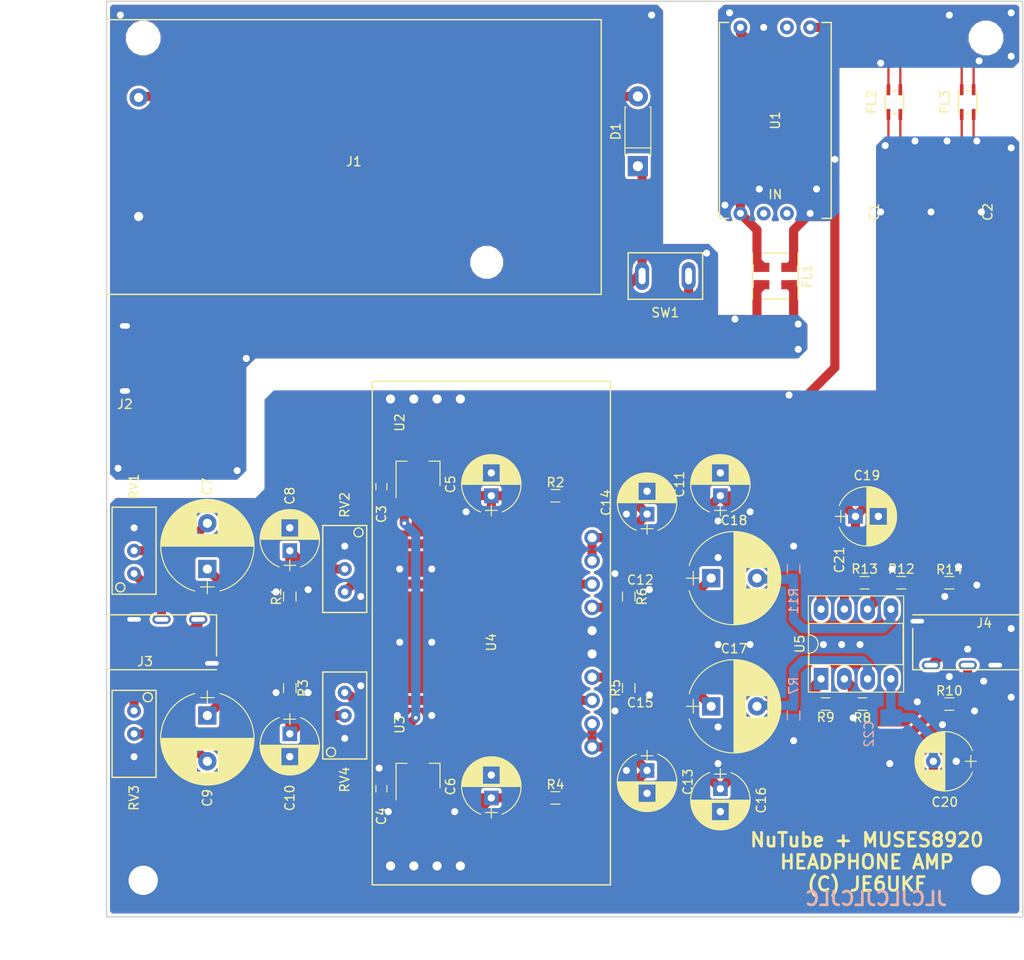
<source format=kicad_pcb>
(kicad_pcb (version 4) (host pcbnew 4.0.7)
  (layers (0 F.Cu signal) (31 B.Cu signal) (34 B.Paste user) (35 F.Paste user) (36 B.SilkS user) (37 F.SilkS user) (38 B.Mask user) (39 F.Mask user) (44 Edge.Cuts user))
  (net 0 "")
  (net 1 GND)
  (net 2 "Net-(C1-Pad1)")
  (net 3 OPAMPvcc)
  (net 4 OPAMPvee)
  (net 5 "Net-(C2-Pad3)")
  (net 6 +5V)
  (net 7 Rch+3.3V)
  (net 8 Lch+3.3V)
  (net 9 NuTubeG2)
  (net 10 "Net-(C7-Pad2)")
  (net 11 "Net-(C8-Pad1)")
  (net 12 NuTubeG1)
  (net 13 "Net-(C9-Pad2)")
  (net 14 "Net-(C10-Pad1)")
  (net 15 NuTubeF1)
  (net 16 NuTubeF3)
  (net 17 NuTubeA1)
  (net 18 "Net-(C17-Pad2)")
  (net 19 NuTubeA2)
  (net 20 "Net-(C18-Pad2)")
  (net 21 "Net-(D1-Pad1)")
  (net 22 "Net-(D1-Pad2)")
  (net 23 "Net-(FL1-Pad1)")
  (net 24 "Net-(FL1-Pad2)")
  (net 25 "Net-(FL1-Pad3)")
  (net 26 "Net-(FL2-Pad1)")
  (net 27 "Net-(FL3-Pad2)")
  (net 28 AudioInRch)
  (net 29 AudioInLch)
  (net 30 AudioOutRch)
  (net 31 AudioOutLch)
  (net 32 "Net-(R8-Pad1)")
  (net 33 "Net-(R10-Pad1)")
  (net 34 "Net-(R12-Pad1)")
  (net 35 "Net-(R13-Pad2)")
  (net 36 "Net-(U1-Pad5)")
  (module via:via (layer F.Cu) (at 116.5 73)
    (fp_text reference "" hide)
    (fp_text value "" hide)
    (pad 1 thru_hole circle (at 0 0) (size 0.762 0.762) (drill 0.762) (layers *.Cu *.Mask) (net 1 GND))
  )
  (module via:via (layer F.Cu) (at 133.5 95)
    (fp_text reference "" hide)
    (fp_text value "" hide)
    (pad 1 thru_hole circle (at 0 0) (size 0.762 0.762) (drill 0.762) (layers *.Cu *.Mask) (net 1 GND))
  )
  (module via:via (layer F.Cu) (at 60.5 105.5)
    (fp_text reference "" hide)
    (fp_text value "" hide)
    (pad 1 thru_hole circle (at 0 0) (size 0.762 0.762) (drill 0.762) (layers *.Cu *.Mask) (net 1 GND))
  )
  (module via:via (layer F.Cu) (at 60.5 94.5)
    (fp_text reference "" hide)
    (fp_text value "" hide)
    (pad 1 thru_hole circle (at 0 0) (size 0.762 0.762) (drill 0.762) (layers *.Cu *.Mask) (net 1 GND))
  )
  (module via:via (layer F.Cu) (at 72.75 118.5)
    (fp_text reference "" hide)
    (fp_text value "" hide)
    (pad 1 thru_hole circle (at 0 0) (size 0.762 0.762) (drill 0.762) (layers *.Cu *.Mask) (net 1 GND))
  )
  (module via:via (layer F.Cu) (at 80 118.5)
    (fp_text reference "" hide)
    (fp_text value "" hide)
    (pad 1 thru_hole circle (at 0 0) (size 0.762 0.762) (drill 0.762) (layers *.Cu *.Mask) (net 1 GND))
  )
  (module via:via (layer F.Cu) (at 81.25 85.75)
    (fp_text reference "" hide)
    (fp_text value "" hide)
    (pad 1 thru_hole circle (at 0 0) (size 0.762 0.762) (drill 0.762) (layers *.Cu *.Mask) (net 1 GND))
  )
  (module via:via (layer F.Cu) (at 138 34)
    (fp_text reference "" hide)
    (fp_text value "" hide)
    (pad "" np_thru_hole circle (at 0 0) (size 3.2 3.2) (drill 3.2) (layers *.Cu *.Mask))
  )
  (module via:via (layer F.Cu) (at 46 34)
    (fp_text reference "" hide)
    (fp_text value "" hide)
    (pad "" np_thru_hole circle (at 0 0) (size 3.2 3.2) (drill 3.2) (layers *.Cu *.Mask))
  )
  (module via:via (layer F.Cu) (at 138 126)
    (fp_text reference "" hide)
    (fp_text value "" hide)
    (pad 1 thru_hole circle (at 0 0) (size 6 6) (drill 3.2) (layers *.Cu *.Mask) (net 1 GND))
  )
  (module via:via (layer F.Cu) (at 73.75 108)
    (fp_text reference "" hide)
    (fp_text value "" hide)
    (pad 1 thru_hole circle (at 0 0) (size 0.762 0.762) (drill 0.762) (layers *.Cu *.Mask) (net 1 GND))
  )
  (module via:via (layer F.Cu) (at 98.75 114)
    (fp_text reference "" hide)
    (fp_text value "" hide)
    (pad 1 thru_hole circle (at 0 0) (size 0.762 0.762) (drill 0.762) (layers *.Cu *.Mask) (net 1 GND))
  )
  (module via:via (layer F.Cu) (at 98.75 86)
    (fp_text reference "" hide)
    (fp_text value "" hide)
    (pad 1 thru_hole circle (at 0 0) (size 0.762 0.762) (drill 0.762) (layers *.Cu *.Mask) (net 1 GND))
  )
  (module via:via (layer F.Cu) (at 69.75 104.75)
    (fp_text reference "" hide)
    (fp_text value "" hide)
    (pad 1 thru_hole circle (at 0 0) (size 0.762 0.762) (drill 0.762) (layers *.Cu *.Mask) (net 1 GND))
  )
  (module via:via (layer F.Cu) (at 69.75 95)
    (fp_text reference "" hide)
    (fp_text value "" hide)
    (pad 1 thru_hole circle (at 0 0) (size 0.762 0.762) (drill 0.762) (layers *.Cu *.Mask) (net 1 GND))
  )
  (module via:via (layer F.Cu) (at 74 92)
    (fp_text reference "" hide)
    (fp_text value "" hide)
    (pad 1 thru_hole circle (at 0 0) (size 0.762 0.762) (drill 0.762) (layers *.Cu *.Mask) (net 1 GND))
  )
  (module via:via (layer F.Cu) (at 77.5 92)
    (fp_text reference "" hide)
    (fp_text value "" hide)
    (pad 1 thru_hole circle (at 0 0) (size 0.762 0.762) (drill 0.762) (layers *.Cu *.Mask) (net 1 GND))
  )
  (module via:via (layer F.Cu) (at 77.5 108)
    (fp_text reference "" hide)
    (fp_text value "" hide)
    (pad 1 thru_hole circle (at 0 0) (size 0.762 0.762) (drill 0.762) (layers *.Cu *.Mask) (net 1 GND))
  )
  (module via:via (layer F.Cu) (at 64 105.5)
    (fp_text reference "" hide)
    (fp_text value "" hide)
    (pad 1 thru_hole circle (at 0 0) (size 0.762 0.762) (drill 0.762) (layers *.Cu *.Mask) (net 1 GND))
  )
  (module via:via (layer F.Cu) (at 64 94.25)
    (fp_text reference "" hide)
    (fp_text value "" hide)
    (pad 1 thru_hole circle (at 0 0) (size 0.762 0.762) (drill 0.762) (layers *.Cu *.Mask) (net 1 GND))
  )
  (module via:via (layer F.Cu) (at 46 126)
    (fp_text reference "" hide)
    (fp_text value "" hide)
    (pad 1 thru_hole circle (at 0 0) (size 6 6) (drill 3.2) (layers *.Cu *.Mask) (net 1 GND))
  )
  (module via:via (layer F.Cu) (at 71.75 113.75)
    (fp_text reference "" hide)
    (fp_text value "" hide)
    (pad 1 thru_hole circle (at 0 0) (size 0.762 0.762) (drill 0.762) (layers *.Cu *.Mask) (net 1 GND))
  )
  (module via:via (layer F.Cu) (at 77.5 100)
    (fp_text reference "" hide)
    (fp_text value "" hide)
    (pad 1 thru_hole circle (at 0 0) (size 0.762 0.762) (drill 0.762) (layers *.Cu *.Mask) (net 1 GND))
  )
  (module via:via (layer F.Cu) (at 74 100)
    (fp_text reference "" hide)
    (fp_text value "" hide)
    (pad 1 thru_hole circle (at 0 0) (size 0.762 0.762) (drill 0.762) (layers *.Cu *.Mask) (net 1 GND))
  )
  (module via:via (layer F.Cu) (at 108.75 100.25)
    (fp_text reference "" hide)
    (fp_text value "" hide)
    (pad 1 thru_hole circle (at 0 0) (size 0.762 0.762) (drill 0.762) (layers *.Cu *.Mask) (net 1 GND))
  )
  (module via:via (layer F.Cu) (at 112.25 100.25)
    (fp_text reference "" hide)
    (fp_text value "" hide)
    (pad 1 thru_hole circle (at 0 0) (size 0.762 0.762) (drill 0.762) (layers *.Cu *.Mask) (net 1 GND))
  )
  (module via:via (layer F.Cu) (at 112.25 85.75)
    (fp_text reference "" hide)
    (fp_text value "" hide)
    (pad 1 thru_hole circle (at 0 0) (size 0.762 0.762) (drill 0.762) (layers *.Cu *.Mask) (net 1 GND))
  )
  (module via:via (layer F.Cu) (at 108.75 86.75)
    (fp_text reference "" hide)
    (fp_text value "" hide)
    (pad 1 thru_hole circle (at 0 0) (size 0.762 0.762) (drill 0.762) (layers *.Cu *.Mask) (net 1 GND))
  )
  (module via:via (layer F.Cu) (at 108.75 90.75)
    (fp_text reference "" hide)
    (fp_text value "" hide)
    (pad 1 thru_hole circle (at 0 0) (size 0.762 0.762) (drill 0.762) (layers *.Cu *.Mask) (net 1 GND))
  )
  (module via:via (layer F.Cu) (at 108.75 113.25)
    (fp_text reference "" hide)
    (fp_text value "" hide)
    (pad 1 thru_hole circle (at 0 0) (size 0.762 0.762) (drill 0.762) (layers *.Cu *.Mask) (net 1 GND))
  )
  (module via:via (layer F.Cu) (at 108.75 109.25)
    (fp_text reference "" hide)
    (fp_text value "" hide)
    (pad 1 thru_hole circle (at 0 0) (size 0.762 0.762) (drill 0.762) (layers *.Cu *.Mask) (net 1 GND))
  )
  (module via:via (layer F.Cu) (at 101.25 105.75)
    (fp_text reference "" hide)
    (fp_text value "" hide)
    (pad 1 thru_hole circle (at 0 0) (size 0.762 0.762) (drill 0.762) (layers *.Cu *.Mask) (net 1 GND))
  )
  (module via:via (layer F.Cu) (at 97.5 107.5)
    (fp_text reference "" hide)
    (fp_text value "" hide)
    (pad 1 thru_hole circle (at 0 0) (size 0.762 0.762) (drill 0.762) (layers *.Cu *.Mask) (net 1 GND))
  )
  (module via:via (layer F.Cu) (at 97.5 92.5)
    (fp_text reference "" hide)
    (fp_text value "" hide)
    (pad 1 thru_hole circle (at 0 0) (size 0.762 0.762) (drill 0.762) (layers *.Cu *.Mask) (net 1 GND))
  )
  (module via:via (layer F.Cu) (at 101.25 94.25)
    (fp_text reference "" hide)
    (fp_text value "" hide)
    (pad 1 thru_hole circle (at 0 0) (size 0.762 0.762) (drill 0.762) (layers *.Cu *.Mask) (net 1 GND))
  )
  (module via:via (layer F.Cu) (at 117 89.5)
    (fp_text reference "" hide)
    (fp_text value "" hide)
    (pad 1 thru_hole circle (at 0 0) (size 0.762 0.762) (drill 0.762) (layers *.Cu *.Mask) (net 1 GND))
  )
  (module via:via (layer F.Cu) (at 117 110.75)
    (fp_text reference "" hide)
    (fp_text value "" hide)
    (pad 1 thru_hole circle (at 0 0) (size 0.762 0.762) (drill 0.762) (layers *.Cu *.Mask) (net 1 GND))
  )
  (module via:via (layer F.Cu) (at 124.25 100.25)
    (fp_text reference "" hide)
    (fp_text value "" hide)
    (pad 1 thru_hole circle (at 0 0) (size 0.762 0.762) (drill 0.762) (layers *.Cu *.Mask) (net 1 GND))
  )
  (module via:via (layer F.Cu) (at 122.25 100.25)
    (fp_text reference "" hide)
    (fp_text value "" hide)
    (pad 1 thru_hole circle (at 0 0) (size 0.762 0.762) (drill 0.762) (layers *.Cu *.Mask) (net 1 GND))
  )
  (module via:via (layer F.Cu) (at 120.25 100.25)
    (fp_text reference "" hide)
    (fp_text value "" hide)
    (pad 1 thru_hole circle (at 0 0) (size 0.762 0.762) (drill 0.762) (layers *.Cu *.Mask) (net 1 GND))
  )
  (module via:via (layer F.Cu) (at 127.75 92)
    (fp_text reference "" hide)
    (fp_text value "" hide)
    (pad 1 thru_hole circle (at 0 0) (size 0.762 0.762) (drill 0.762) (layers *.Cu *.Mask) (net 1 GND))
  )
  (module via:via (layer F.Cu) (at 123.5 108.25)
    (fp_text reference "" hide)
    (fp_text value "" hide)
    (pad 1 thru_hole circle (at 0 0) (size 0.762 0.762) (drill 0.762) (layers *.Cu *.Mask) (net 1 GND))
  )
  (module via:via (layer F.Cu) (at 127.5 113.25)
    (fp_text reference "" hide)
    (fp_text value "" hide)
    (pad 1 thru_hole circle (at 0 0) (size 0.762 0.762) (drill 0.762) (layers *.Cu *.Mask) (net 1 GND))
  )
  (module via:via (layer F.Cu) (at 140.75 106)
    (fp_text reference "" hide)
    (fp_text value "" hide)
    (pad 1 thru_hole circle (at 0 0) (size 0.762 0.762) (drill 0.762) (layers *.Cu *.Mask) (net 1 GND))
  )
  (module via:via (layer F.Cu) (at 136.75 107.5)
    (fp_text reference "" hide)
    (fp_text value "" hide)
    (pad 1 thru_hole circle (at 0 0) (size 0.762 0.762) (drill 0.762) (layers *.Cu *.Mask) (net 1 GND))
  )
  (module via:via (layer F.Cu) (at 133.25 109)
    (fp_text reference "" hide)
    (fp_text value "" hide)
    (pad 1 thru_hole circle (at 0 0) (size 0.762 0.762) (drill 0.762) (layers *.Cu *.Mask) (net 1 GND))
  )
  (module via:via (layer F.Cu) (at 130.5 106.5)
    (fp_text reference "" hide)
    (fp_text value "" hide)
    (pad 1 thru_hole circle (at 0 0) (size 0.762 0.762) (drill 0.762) (layers *.Cu *.Mask) (net 1 GND))
  )
  (module via:via (layer F.Cu) (at 134 103.75)
    (fp_text reference "" hide)
    (fp_text value "" hide)
    (pad 1 thru_hole circle (at 0 0) (size 0.762 0.762) (drill 0.762) (layers *.Cu *.Mask) (net 1 GND))
  )
  (module via:via (layer F.Cu) (at 136 100.75)
    (fp_text reference "" hide)
    (fp_text value "" hide)
    (pad 1 thru_hole circle (at 0 0) (size 0.762 0.762) (drill 0.762) (layers *.Cu *.Mask) (net 1 GND))
  )
  (module via:via (layer F.Cu) (at 137.75 104.25)
    (fp_text reference "" hide)
    (fp_text value "" hide)
    (pad 1 thru_hole circle (at 0 0) (size 0.762 0.762) (drill 0.762) (layers *.Cu *.Mask) (net 1 GND))
  )
  (module via:via (layer F.Cu) (at 135 91.75)
    (fp_text reference "" hide)
    (fp_text value "" hide)
    (pad 1 thru_hole circle (at 0 0) (size 0.762 0.762) (drill 0.762) (layers *.Cu *.Mask) (net 1 GND))
  )
  (module via:via (layer F.Cu) (at 137 93.75)
    (fp_text reference "" hide)
    (fp_text value "" hide)
    (pad 1 thru_hole circle (at 0 0) (size 0.762 0.762) (drill 0.762) (layers *.Cu *.Mask) (net 1 GND))
  )
  (module via:via (layer F.Cu) (at 140.75 98.5)
    (fp_text reference "" hide)
    (fp_text value "" hide)
    (pad 1 thru_hole circle (at 0 0) (size 0.762 0.762) (drill 0.762) (layers *.Cu *.Mask) (net 1 GND))
  )
  (module via:via (layer F.Cu) (at 137.5 53)
    (fp_text reference "" hide)
    (fp_text value "" hide)
    (pad 1 thru_hole circle (at 0 0) (size 0.762 0.762) (drill 0.762) (layers *.Cu *.Mask) (net 1 GND))
  )
  (module via:via (layer F.Cu) (at 126.5 53)
    (fp_text reference "" hide)
    (fp_text value "" hide)
    (pad 1 thru_hole circle (at 0 0) (size 0.762 0.762) (drill 0.762) (layers *.Cu *.Mask) (net 1 GND))
  )
  (module via:via (layer F.Cu) (at 132 53)
    (fp_text reference "" hide)
    (fp_text value "" hide)
    (pad 1 thru_hole circle (at 0 0) (size 0.762 0.762) (drill 0.762) (layers *.Cu *.Mask) (net 1 GND))
  )
  (module via:via (layer F.Cu) (at 127 45.75)
    (fp_text reference "" hide)
    (fp_text value "" hide)
    (pad 1 thru_hole circle (at 0 0) (size 0.762 0.762) (drill 0.762) (layers *.Cu *.Mask) (net 1 GND))
  )
  (module via:via (layer F.Cu) (at 130.25 45.25)
    (fp_text reference "" hide)
    (fp_text value "" hide)
    (pad 1 thru_hole circle (at 0 0) (size 0.762 0.762) (drill 0.762) (layers *.Cu *.Mask) (net 1 GND))
  )
  (module via:via (layer F.Cu) (at 133.75 45.25)
    (fp_text reference "" hide)
    (fp_text value "" hide)
    (pad 1 thru_hole circle (at 0 0) (size 0.762 0.762) (drill 0.762) (layers *.Cu *.Mask) (net 1 GND))
  )
  (module via:via (layer F.Cu) (at 137 45.25)
    (fp_text reference "" hide)
    (fp_text value "" hide)
    (pad 1 thru_hole circle (at 0 0) (size 0.762 0.762) (drill 0.762) (layers *.Cu *.Mask) (net 1 GND))
  )
  (module via:via (layer F.Cu) (at 137.25 36.5)
    (fp_text reference "" hide)
    (fp_text value "" hide)
    (pad 1 thru_hole circle (at 0 0) (size 0.762 0.762) (drill 0.762) (layers *.Cu *.Mask) (net 25 "Net-(FL1-Pad3)"))
  )
  (module via:via (layer F.Cu) (at 140.75 36)
    (fp_text reference "" hide)
    (fp_text value "" hide)
    (pad 1 thru_hole circle (at 0 0) (size 0.762 0.762) (drill 0.762) (layers *.Cu *.Mask) (net 25 "Net-(FL1-Pad3)"))
  )
  (module via:via (layer F.Cu) (at 140.75 31.25)
    (fp_text reference "" hide)
    (fp_text value "" hide)
    (pad 1 thru_hole circle (at 0 0) (size 0.762 0.762) (drill 0.762) (layers *.Cu *.Mask) (net 25 "Net-(FL1-Pad3)"))
  )
  (module via:via (layer F.Cu) (at 134 31.5)
    (fp_text reference "" hide)
    (fp_text value "" hide)
    (pad 1 thru_hole circle (at 0 0) (size 0.762 0.762) (drill 0.762) (layers *.Cu *.Mask) (net 25 "Net-(FL1-Pad3)"))
  )
  (module via:via (layer F.Cu) (at 126.5 36.75)
    (fp_text reference "" hide)
    (fp_text value "" hide)
    (pad 1 thru_hole circle (at 0 0) (size 0.762 0.762) (drill 0.762) (layers *.Cu *.Mask) (net 25 "Net-(FL1-Pad3)"))
  )
  (module via:via (layer F.Cu) (at 110 31.25)
    (fp_text reference "" hide)
    (fp_text value "" hide)
    (pad 1 thru_hole circle (at 0 0) (size 0.762 0.762) (drill 0.762) (layers *.Cu *.Mask) (net 25 "Net-(FL1-Pad3)"))
  )
  (module via:via (layer F.Cu) (at 121.5 47.25)
    (fp_text reference "" hide)
    (fp_text value "" hide)
    (pad 1 thru_hole circle (at 0 0) (size 0.762 0.762) (drill 0.762) (layers *.Cu *.Mask) (net 25 "Net-(FL1-Pad3)"))
  )
  (module via:via (layer F.Cu) (at 109.5 52.25)
    (fp_text reference "" hide)
    (fp_text value "" hide)
    (pad 1 thru_hole circle (at 0 0) (size 0.762 0.762) (drill 0.762) (layers *.Cu *.Mask) (net 25 "Net-(FL1-Pad3)"))
  )
  (module via:via (layer F.Cu) (at 113.25 50.5)
    (fp_text reference "" hide)
    (fp_text value "" hide)
    (pad 1 thru_hole circle (at 0 0) (size 0.762 0.762) (drill 0.762) (layers *.Cu *.Mask) (net 25 "Net-(FL1-Pad3)"))
  )
  (module via:via (layer F.Cu) (at 43.25 81)
    (fp_text reference "" hide)
    (fp_text value "" hide)
    (pad 1 thru_hole circle (at 0 0) (size 0.762 0.762) (drill 0.762) (layers *.Cu *.Mask) (net 24 "Net-(FL1-Pad2)"))
  )
  (module via:via (layer F.Cu) (at 56.25 81.25)
    (fp_text reference "" hide)
    (fp_text value "" hide)
    (pad 1 thru_hole circle (at 0 0) (size 0.762 0.762) (drill 0.762) (layers *.Cu *.Mask) (net 24 "Net-(FL1-Pad2)"))
  )
  (module via:via (layer F.Cu) (at 57.25 69)
    (fp_text reference "" hide)
    (fp_text value "" hide)
    (pad 1 thru_hole circle (at 0 0) (size 0.762 0.762) (drill 0.762) (layers *.Cu *.Mask) (net 24 "Net-(FL1-Pad2)"))
  )
  (module via:via (layer F.Cu) (at 117.5 68)
    (fp_text reference "" hide)
    (fp_text value "" hide)
    (pad 1 thru_hole circle (at 0 0) (size 0.762 0.762) (drill 0.762) (layers *.Cu *.Mask) (net 24 "Net-(FL1-Pad2)"))
  )
  (module via:via (layer F.Cu) (at 117.5 65.25)
    (fp_text reference "" hide)
    (fp_text value "" hide)
    (pad 1 thru_hole circle (at 0 0) (size 0.762 0.762) (drill 0.762) (layers *.Cu *.Mask) (net 24 "Net-(FL1-Pad2)"))
  )
  (module via:via (layer F.Cu) (at 110.6 64.7)
    (fp_text reference "" hide)
    (fp_text value "" hide)
    (pad 1 thru_hole circle (at 0 0) (size 0.762 0.762) (drill 0.762) (layers *.Cu *.Mask) (net 24 "Net-(FL1-Pad2)"))
  )
  (module via:via (layer F.Cu) (at 107.5 57.5)
    (fp_text reference "" hide)
    (fp_text value "" hide)
    (pad 1 thru_hole circle (at 0 0) (size 0.762 0.762) (drill 0.762) (layers *.Cu *.Mask) (net 24 "Net-(FL1-Pad2)"))
  )
  (module via:via (layer F.Cu) (at 101.5 31.5)
    (fp_text reference "" hide)
    (fp_text value "" hide)
    (pad 1 thru_hole circle (at 0 0) (size 0.762 0.762) (drill 0.762) (layers *.Cu *.Mask) (net 24 "Net-(FL1-Pad2)"))
  )
  (module via:via (layer F.Cu) (at 140.75 46)
    (fp_text reference "" hide)
    (fp_text value "" hide)
    (pad 1 thru_hole circle (at 0 0) (size 0.762 0.762) (drill 0.762) (layers *.Cu *.Mask) (net 1 GND))
  )
  (module via:via (layer F.Cu) (at 119.5 50.5)
    (fp_text reference "" hide)
    (fp_text value "" hide)
    (pad 1 thru_hole circle (at 0 0) (size 0.762 0.762) (drill 0.762) (layers *.Cu *.Mask) (net 25 "Net-(FL1-Pad3)"))
  )
  (module NFM21PC:NFM21PC (layer F.Cu) (at 128.5 53 270)
    (fp_text reference C1 (at 0 2.7 270) (layer F.SilkS))
    (fp_text value EMI_Filter_C)
    (pad 2 smd trapezoid (at 0 1.5 270) (size 0.8 0.4) (rect_delta 0 0.2) (layers F.Cu F.Paste F.Mask) (net 1 GND))
    (pad 2 smd rect (at 0 -0.8 270) (size 0.6 1) (layers F.Cu F.Paste F.Mask) (net 1 GND))
    (pad 1 smd rect (at -1.2 0 270) (size 1 0.8) (layers F.Cu F.Paste F.Mask) (net 2 "Net-(C1-Pad1)"))
    (pad 2 smd rect (at 0 0.8 270) (size 0.6 1) (layers F.Cu F.Paste F.Mask) (net 1 GND))
    (pad 3 smd rect (at 1.2 0 270) (size 1 0.8) (layers F.Cu F.Paste F.Mask) (net 3 OPAMPvcc))
    (pad 2 smd trapezoid (at 0 -1.5 270) (size 0.8 0.4) (rect_delta 0 -0.2) (layers F.Cu F.Paste F.Mask) (net 1 GND))
  )
  (module NFM21PC:NFM21PC (layer F.Cu) (at 135.5 53 90)
    (fp_text reference C2 (at 0 2.7 90) (layer F.SilkS))
    (fp_text value EMI_Filter_C)
    (pad 2 smd trapezoid (at 0 1.5 90) (size 0.8 0.4) (rect_delta 0 0.2) (layers F.Cu F.Paste F.Mask) (net 1 GND))
    (pad 2 smd rect (at 0 -0.8 90) (size 0.6 1) (layers F.Cu F.Paste F.Mask) (net 1 GND))
    (pad 1 smd rect (at -1.2 0 90) (size 1 0.8) (layers F.Cu F.Paste F.Mask) (net 4 OPAMPvee))
    (pad 2 smd rect (at 0 0.8 90) (size 0.6 1) (layers F.Cu F.Paste F.Mask) (net 1 GND))
    (pad 3 smd rect (at 1.2 0 90) (size 1 0.8) (layers F.Cu F.Paste F.Mask) (net 5 "Net-(C2-Pad3)"))
    (pad 2 smd trapezoid (at 0 -1.5 90) (size 0.8 0.4) (rect_delta 0 -0.2) (layers F.Cu F.Paste F.Mask) (net 1 GND))
  )
  (module Capacitors_THT:CP_Radial_D6.3mm_P2.50mm (layer F.Cu) (at 84 84 90)
    (fp_text reference C5 (at 1.25 -4.46 90) (layer F.SilkS))
    (fp_text value 100u)
    (pad 1 thru_hole rect (at 0 0 90) (size 1.6 1.6) (drill 0.8) (layers *.Cu *.Mask) (net 7 Rch+3.3V))
    (pad 2 thru_hole circle (at 2.5 0 90) (size 1.6 1.6) (drill 0.8) (layers *.Cu *.Mask) (net 1 GND))
  )
  (module Capacitors_THT:CP_Radial_D6.3mm_P2.50mm (layer F.Cu) (at 84 117 90)
    (fp_text reference C6 (at 1.25 -4.46 90) (layer F.SilkS))
    (fp_text value 100u)
    (pad 1 thru_hole rect (at 0 0 90) (size 1.6 1.6) (drill 0.8) (layers *.Cu *.Mask) (net 8 Lch+3.3V))
    (pad 2 thru_hole circle (at 2.5 0 90) (size 1.6 1.6) (drill 0.8) (layers *.Cu *.Mask) (net 1 GND))
  )
  (module Capacitors_THT:CP_Radial_D10.0mm_P5.00mm (layer F.Cu) (at 53 92 90)
    (fp_text reference C7 (at 9 0 90) (layer F.SilkS))
    (fp_text value 100u)
    (pad 1 thru_hole rect (at 0 0 90) (size 2 2) (drill 1) (layers *.Cu *.Mask) (net 9 NuTubeG2))
    (pad 2 thru_hole circle (at 5 0 90) (size 2 2) (drill 1) (layers *.Cu *.Mask) (net 10 "Net-(C7-Pad2)"))
  )
  (module Capacitors_THT:CP_Radial_D6.3mm_P2.50mm (layer F.Cu) (at 62 90 90)
    (fp_text reference C8 (at 6 0 90) (layer F.SilkS))
    (fp_text value 22u)
    (pad 1 thru_hole rect (at 0 0 90) (size 1.6 1.6) (drill 0.8) (layers *.Cu *.Mask) (net 11 "Net-(C8-Pad1)"))
    (pad 2 thru_hole circle (at 2.5 0 90) (size 1.6 1.6) (drill 0.8) (layers *.Cu *.Mask) (net 1 GND))
  )
  (module Capacitors_THT:CP_Radial_D10.0mm_P5.00mm (layer F.Cu) (at 53 108 270)
    (fp_text reference C9 (at 9 0 270) (layer F.SilkS))
    (fp_text value 100u)
    (pad 1 thru_hole rect (at 0 0 270) (size 2 2) (drill 1) (layers *.Cu *.Mask) (net 12 NuTubeG1))
    (pad 2 thru_hole circle (at 5 0 270) (size 2 2) (drill 1) (layers *.Cu *.Mask) (net 13 "Net-(C9-Pad2)"))
  )
  (module Capacitors_THT:CP_Radial_D6.3mm_P2.50mm (layer F.Cu) (at 62 110 270)
    (fp_text reference C10 (at 7 0 270) (layer F.SilkS))
    (fp_text value 22u)
    (pad 1 thru_hole rect (at 0 0 270) (size 1.6 1.6) (drill 0.8) (layers *.Cu *.Mask) (net 14 "Net-(C10-Pad1)"))
    (pad 2 thru_hole circle (at 2.5 0 270) (size 1.6 1.6) (drill 0.8) (layers *.Cu *.Mask) (net 1 GND))
  )
  (module Capacitors_THT:CP_Radial_D6.3mm_P2.50mm (layer F.Cu) (at 109 84 90)
    (fp_text reference C11 (at 1.25 -4.46 90) (layer F.SilkS))
    (fp_text value 100u)
    (pad 1 thru_hole rect (at 0 0 90) (size 1.6 1.6) (drill 0.8) (layers *.Cu *.Mask) (net 3 OPAMPvcc))
    (pad 2 thru_hole circle (at 2.5 0 90) (size 1.6 1.6) (drill 0.8) (layers *.Cu *.Mask) (net 1 GND))
  )
  (module "ECHU(X)G3:ECHU(X)G3" (layer F.Cu) (at 100.25 91 180)
    (fp_text reference C12 (at -0.0115 -2.1935 180) (layer F.SilkS))
    (fp_text value 1u)
    (pad 1 smd rect (at -1.8 0 180) (size 1.8 2.3) (layers F.Cu F.Paste F.Mask) (net 3 OPAMPvcc))
    (pad 2 smd rect (at 1.8 0 180) (size 1.8 2.3) (layers F.Cu F.Paste F.Mask) (net 1 GND))
  )
  (module Capacitors_THT:CP_Radial_D6.3mm_P2.50mm (layer F.Cu) (at 101 114 270)
    (fp_text reference C13 (at 1.25 -4.46 270) (layer F.SilkS))
    (fp_text value 22u)
    (pad 1 thru_hole rect (at 0 0 270) (size 1.6 1.6) (drill 0.8) (layers *.Cu *.Mask) (net 15 NuTubeF1))
    (pad 2 thru_hole circle (at 2.5 0 270) (size 1.6 1.6) (drill 0.8) (layers *.Cu *.Mask) (net 1 GND))
  )
  (module Capacitors_THT:CP_Radial_D6.3mm_P2.50mm (layer F.Cu) (at 101 86 90)
    (fp_text reference C14 (at 1.25 -4.46 90) (layer F.SilkS))
    (fp_text value 22u)
    (pad 1 thru_hole rect (at 0 0 90) (size 1.6 1.6) (drill 0.8) (layers *.Cu *.Mask) (net 16 NuTubeF3))
    (pad 2 thru_hole circle (at 2.5 0 90) (size 1.6 1.6) (drill 0.8) (layers *.Cu *.Mask) (net 1 GND))
  )
  (module "ECHU(X)G3:ECHU(X)G3" (layer F.Cu) (at 100.25 109 180)
    (fp_text reference C15 (at 0 2.4 180) (layer F.SilkS))
    (fp_text value 1u)
    (pad 1 smd rect (at -1.8 0 180) (size 1.8 2.3) (layers F.Cu F.Paste F.Mask) (net 3 OPAMPvcc))
    (pad 2 smd rect (at 1.8 0 180) (size 1.8 2.3) (layers F.Cu F.Paste F.Mask) (net 1 GND))
  )
  (module Capacitors_THT:CP_Radial_D6.3mm_P2.50mm (layer F.Cu) (at 109 116 270)
    (fp_text reference C16 (at 1.25 -4.46 270) (layer F.SilkS))
    (fp_text value 100u)
    (pad 1 thru_hole rect (at 0 0 270) (size 1.6 1.6) (drill 0.8) (layers *.Cu *.Mask) (net 3 OPAMPvcc))
    (pad 2 thru_hole circle (at 2.5 0 270) (size 1.6 1.6) (drill 0.8) (layers *.Cu *.Mask) (net 1 GND))
  )
  (module Capacitors_THT:CP_Radial_D10.0mm_P5.00mm (layer F.Cu) (at 108 107)
    (fp_text reference C17 (at 2.5 -6.31) (layer F.SilkS))
    (fp_text value 33u)
    (pad 1 thru_hole rect (at 0 0) (size 2 2) (drill 1) (layers *.Cu *.Mask) (net 17 NuTubeA1))
    (pad 2 thru_hole circle (at 5 0) (size 2 2) (drill 1) (layers *.Cu *.Mask) (net 18 "Net-(C17-Pad2)"))
  )
  (module Capacitors_THT:CP_Radial_D10.0mm_P5.00mm (layer F.Cu) (at 108 93)
    (fp_text reference C18 (at 2.5 -6.31) (layer F.SilkS))
    (fp_text value 33u)
    (pad 1 thru_hole rect (at 0 0) (size 2 2) (drill 1) (layers *.Cu *.Mask) (net 19 NuTubeA2))
    (pad 2 thru_hole circle (at 5 0) (size 2 2) (drill 1) (layers *.Cu *.Mask) (net 20 "Net-(C18-Pad2)"))
  )
  (module Capacitors_THT:CP_Radial_D6.3mm_P2.50mm (layer F.Cu) (at 123.75 86.25)
    (fp_text reference C19 (at 1.25 -4.46) (layer F.SilkS))
    (fp_text value 100u)
    (pad 1 thru_hole rect (at 0 0) (size 1.6 1.6) (drill 0.8) (layers *.Cu *.Mask) (net 3 OPAMPvcc))
    (pad 2 thru_hole circle (at 2.5 0) (size 1.6 1.6) (drill 0.8) (layers *.Cu *.Mask) (net 1 GND))
  )
  (module Capacitors_THT:CP_Radial_D6.3mm_P2.50mm (layer F.Cu) (at 134.75 113 180)
    (fp_text reference C20 (at 1.25 -4.46 180) (layer F.SilkS))
    (fp_text value 100u)
    (pad 1 thru_hole rect (at 0 0 180) (size 1.6 1.6) (drill 0.8) (layers *.Cu *.Mask) (net 1 GND))
    (pad 2 thru_hole circle (at 2.5 0 180) (size 1.6 1.6) (drill 0.8) (layers *.Cu *.Mask) (net 4 OPAMPvee))
  )
  (module "ECHU(X)G3:ECHU(X)G3" (layer F.Cu) (at 120 91 90)
    (fp_text reference C21 (at 0 2 90) (layer F.SilkS))
    (fp_text value 1u)
    (pad 1 smd rect (at -1.8 0 90) (size 1.8 2.3) (layers F.Cu F.Paste F.Mask) (net 3 OPAMPvcc))
    (pad 2 smd rect (at 1.8 0 90) (size 1.8 2.3) (layers F.Cu F.Paste F.Mask) (net 1 GND))
  )
  (module "ECHU(X)G3:ECHU(X)G3" (layer B.Cu) (at 127.6223 110.0328 90)
    (fp_text reference C22 (at 0 -2.4 90) (layer B.SilkS) (effects (justify mirror)))
    (fp_text value 1u)
    (pad 1 smd rect (at -1.8 0 90) (size 1.8 2.3) (layers B.Cu B.Paste B.Mask) (net 1 GND))
    (pad 2 smd rect (at 1.8 0 90) (size 1.8 2.3) (layers B.Cu B.Paste B.Mask) (net 4 OPAMPvee))
  )
  (module Diodes_THT:D_DO-41_SOD81_P7.62mm_Horizontal (layer F.Cu) (at 100 48 90)
    (fp_text reference D1 (at 3.81 -2.41 90) (layer F.SilkS))
    (fp_text value D)
    (pad 1 thru_hole rect (at 0 0 90) (size 2.2 2.2) (drill 1.1) (layers *.Cu *.Mask) (net 21 "Net-(D1-Pad1)"))
    (pad 2 thru_hole oval (at 7.62 0 90) (size 2.2 2.2) (drill 1.1) (layers *.Cu *.Mask) (net 22 "Net-(D1-Pad2)"))
  )
  (module DLW5BTM:DLW5BTM (layer F.Cu) (at 115 60 90)
    (fp_text reference FL1 (at 0 3.5 90) (layer F.SilkS))
    (fp_text value EMI_Filter_Commonmode)
    (pad 1 smd rect (at -1.6 -2 90) (size 2.3 0.7) (layers F.Cu F.Paste F.Mask) (net 23 "Net-(FL1-Pad1)"))
    (pad 2 smd rect (at -1.6 2 90) (size 2.3 0.7) (layers F.Cu F.Paste F.Mask) (net 24 "Net-(FL1-Pad2)"))
    (pad 3 smd rect (at 1.6 2 90) (size 2.3 0.7) (layers F.Cu F.Paste F.Mask) (net 25 "Net-(FL1-Pad3)"))
    (pad 4 smd rect (at 1.6 -2 90) (size 2.3 0.7) (layers F.Cu F.Paste F.Mask) (net 6 +5V))
    (pad 1 smd rect (at -0.95 -1.5 90) (size 1 1.7) (layers F.Cu F.Paste F.Mask) (net 23 "Net-(FL1-Pad1)"))
    (pad 2 smd rect (at -0.95 1.5 90) (size 1 1.7) (layers F.Cu F.Paste F.Mask) (net 24 "Net-(FL1-Pad2)"))
    (pad 3 smd rect (at 0.95 1.5 90) (size 1 1.7) (layers F.Cu F.Paste F.Mask) (net 25 "Net-(FL1-Pad3)"))
    (pad 4 smd rect (at 0.95 -1.5 90) (size 1 1.7) (layers F.Cu F.Paste F.Mask) (net 6 +5V))
  )
  (module ACＭ2520-2P:ACM2520-2P (layer F.Cu) (at 128 41 270)
    (fp_text reference FL2 (at 0 2.5 270) (layer F.SilkS))
    (fp_text value EMI_Filter_Commonmode)
    (pad 1 smd rect (at -1.35 -0.65 270) (size 1.2 0.4) (layers F.Cu F.Paste F.Mask) (net 26 "Net-(FL2-Pad1)"))
    (pad 2 smd rect (at -1.35 0.65 270) (size 1.2 0.4) (layers F.Cu F.Paste F.Mask) (net 25 "Net-(FL1-Pad3)"))
    (pad 3 smd rect (at 1.35 0.65 270) (size 1.2 0.4) (layers F.Cu F.Paste F.Mask) (net 1 GND))
    (pad 4 smd rect (at 1.35 -0.65 270) (size 1.2 0.4) (layers F.Cu F.Paste F.Mask) (net 2 "Net-(C1-Pad1)"))
  )
  (module ACＭ2520-2P:ACM2520-2P (layer F.Cu) (at 136 41 270)
    (fp_text reference FL3 (at 0 2.5 270) (layer F.SilkS))
    (fp_text value EMI_Filter_Commonmode)
    (pad 1 smd rect (at -1.35 -0.65 270) (size 1.2 0.4) (layers F.Cu F.Paste F.Mask) (net 25 "Net-(FL1-Pad3)"))
    (pad 2 smd rect (at -1.35 0.65 270) (size 1.2 0.4) (layers F.Cu F.Paste F.Mask) (net 27 "Net-(FL3-Pad2)"))
    (pad 3 smd rect (at 1.35 0.65 270) (size 1.2 0.4) (layers F.Cu F.Paste F.Mask) (net 5 "Net-(C2-Pad3)"))
    (pad 4 smd rect (at 1.35 -0.65 270) (size 1.2 0.4) (layers F.Cu F.Paste F.Mask) (net 1 GND))
  )
  (module 006P_Holder:006P_Holder (layer F.Cu) (at 69 47)
    (fp_text reference J1 (at 0 0.5) (layer F.SilkS))
    (fp_text value Conn_01x02)
    (pad 1 thru_hole circle (at -23.5 -6.5) (size 2 2) (drill 1) (layers *.Cu *.Mask) (net 22 "Net-(D1-Pad2)"))
    (pad 2 thru_hole circle (at -23.5 6.5) (size 2 2) (drill 1) (layers *.Cu *.Mask) (net 24 "Net-(FL1-Pad2)"))
    (pad "" np_thru_hole circle (at 14.5 11.5) (size 3 3) (drill 3) (layers *.Cu *.Mask))
  )
  (module "microUSB(SupplyOnly):microUSB(SupplyOnly)" (layer F.Cu) (at 44 69 180)
    (fp_text reference J2 (at 0 -5 180) (layer F.SilkS))
    (fp_text value Conn_01x02)
    (pad 2 thru_hole oval (at 0 3.55 180) (size 1.4 0.9) (drill oval 1.1 0.6) (layers *.Cu *.Mask) (net 24 "Net-(FL1-Pad2)"))
    (pad 2 smd rect (at -5.9 -1.3 180) (size 4.5 0.9) (layers F.Cu F.Paste F.Mask) (net 24 "Net-(FL1-Pad2)"))
    (pad 1 smd rect (at -5.9 1.3 180) (size 4.5 0.9) (layers F.Cu F.Paste F.Mask) (net 21 "Net-(D1-Pad1)"))
    (pad 2 thru_hole oval (at 0 -3.55 180) (size 1.4 0.9) (drill oval 1.1 0.6) (layers *.Cu *.Mask) (net 24 "Net-(FL1-Pad2)"))
  )
  (module MJ-4PP-9:MJ-4PP-9 (layer F.Cu) (at 48 100)
    (fp_text reference J3 (at -1.8 2.1) (layer F.SilkS))
    (fp_text value Audio-Jack-4)
    (pad 3 thru_hole oval (at -3 -2.5) (size 2 1) (drill oval 1.5 0.5) (layers *.Cu *.Mask) (net 1 GND))
    (pad 2 thru_hole oval (at 0 -2.5) (size 2 1) (drill oval 1.5 0.5) (layers *.Cu *.Mask) (net 28 AudioInRch))
    (pad 1 thru_hole oval (at 4 -2.5) (size 2 1) (drill oval 1.5 0.5) (layers *.Cu *.Mask) (net 29 AudioInLch))
    (pad 4 thru_hole oval (at 5.5 2.3) (size 2 1) (drill oval 1.5 0.5) (layers *.Cu *.Mask) (net 1 GND))
  )
  (module MJ-4PP-9:MJ-4PP-9 (layer F.Cu) (at 136 100 180)
    (fp_text reference J4 (at -1.8 2.1 180) (layer F.SilkS))
    (fp_text value Audio-Jack-4)
    (pad 3 thru_hole oval (at -3 -2.5 180) (size 2 1) (drill oval 1.5 0.5) (layers *.Cu *.Mask) (net 1 GND))
    (pad 2 thru_hole oval (at 0 -2.5 180) (size 2 1) (drill oval 1.5 0.5) (layers *.Cu *.Mask) (net 30 AudioOutRch))
    (pad 1 thru_hole oval (at 4 -2.5 180) (size 2 1) (drill oval 1.5 0.5) (layers *.Cu *.Mask) (net 31 AudioOutLch))
    (pad 4 thru_hole oval (at 5.5 2.3 180) (size 2 1) (drill oval 1.5 0.5) (layers *.Cu *.Mask) (net 1 GND))
  )
  (module Resistors_SMD:R_0603_HandSoldering (layer F.Cu) (at 62 95 90)
    (fp_text reference R1 (at 0 -1.45 90) (layer F.SilkS))
    (fp_text value 33k)
    (pad 1 smd rect (at -1.1 0 90) (size 1.2 0.9) (layers F.Cu F.Paste F.Mask) (net 9 NuTubeG2))
    (pad 2 smd rect (at 1.1 0 90) (size 1.2 0.9) (layers F.Cu F.Paste F.Mask) (net 11 "Net-(C8-Pad1)"))
  )
  (module Resistors_SMD:R_0603_HandSoldering (layer F.Cu) (at 91 84)
    (fp_text reference R2 (at 0 -1.45) (layer F.SilkS))
    (fp_text value 150)
    (pad 1 smd rect (at -1.1 0) (size 1.2 0.9) (layers F.Cu F.Paste F.Mask) (net 7 Rch+3.3V))
    (pad 2 smd rect (at 1.1 0) (size 1.2 0.9) (layers F.Cu F.Paste F.Mask) (net 16 NuTubeF3))
  )
  (module Resistors_SMD:R_0603_HandSoldering (layer F.Cu) (at 62 105 270)
    (fp_text reference R3 (at 0 -1.45 270) (layer F.SilkS))
    (fp_text value 33k)
    (pad 1 smd rect (at -1.1 0 270) (size 1.2 0.9) (layers F.Cu F.Paste F.Mask) (net 12 NuTubeG1))
    (pad 2 smd rect (at 1.1 0 270) (size 1.2 0.9) (layers F.Cu F.Paste F.Mask) (net 14 "Net-(C10-Pad1)"))
  )
  (module Resistors_SMD:R_0603_HandSoldering (layer F.Cu) (at 91 117)
    (fp_text reference R4 (at 0 -1.45) (layer F.SilkS))
    (fp_text value 150)
    (pad 1 smd rect (at -1.1 0) (size 1.2 0.9) (layers F.Cu F.Paste F.Mask) (net 8 Lch+3.3V))
    (pad 2 smd rect (at 1.1 0) (size 1.2 0.9) (layers F.Cu F.Paste F.Mask) (net 15 NuTubeF1))
  )
  (module Resistors_SMD:R_0603_HandSoldering (layer F.Cu) (at 99 105 90)
    (fp_text reference R5 (at 0 -1.45 90) (layer F.SilkS))
    (fp_text value 120k)
    (pad 1 smd rect (at -1.1 0 90) (size 1.2 0.9) (layers F.Cu F.Paste F.Mask) (net 3 OPAMPvcc))
    (pad 2 smd rect (at 1.1 0 90) (size 1.2 0.9) (layers F.Cu F.Paste F.Mask) (net 17 NuTubeA1))
  )
  (module Resistors_SMD:R_0603_HandSoldering (layer F.Cu) (at 99 95 270)
    (fp_text reference R6 (at 0 -1.45 270) (layer F.SilkS))
    (fp_text value 120k)
    (pad 1 smd rect (at -1.1 0 270) (size 1.2 0.9) (layers F.Cu F.Paste F.Mask) (net 3 OPAMPvcc))
    (pad 2 smd rect (at 1.1 0 270) (size 1.2 0.9) (layers F.Cu F.Paste F.Mask) (net 19 NuTubeA2))
  )
  (module Resistors_SMD:R_0603_HandSoldering (layer B.Cu) (at 117 108 270)
    (fp_text reference R7 (at -3.25 0 270) (layer B.SilkS) (effects (justify mirror)))
    (fp_text value 1M)
    (pad 1 smd rect (at -1.1 0 270) (size 1.2 0.9) (layers B.Cu B.Paste B.Mask) (net 18 "Net-(C17-Pad2)"))
    (pad 2 smd rect (at 1.1 0 270) (size 1.2 0.9) (layers B.Cu B.Paste B.Mask) (net 1 GND))
  )
  (module Resistors_SMD:R_0603_HandSoldering (layer F.Cu) (at 124.5 106.75)
    (fp_text reference R8 (at 0 1.5) (layer F.SilkS))
    (fp_text value 1k)
    (pad 1 smd rect (at -1.1 0) (size 1.2 0.9) (layers F.Cu F.Paste F.Mask) (net 32 "Net-(R8-Pad1)"))
    (pad 2 smd rect (at 1.1 0) (size 1.2 0.9) (layers F.Cu F.Paste F.Mask) (net 1 GND))
  )
  (module Resistors_SMD:R_0603_HandSoldering (layer F.Cu) (at 120.5 106.75 180)
    (fp_text reference R9 (at 0 -1.45 180) (layer F.SilkS))
    (fp_text value 1k)
    (pad 1 smd rect (at -1.1 0 180) (size 1.2 0.9) (layers F.Cu F.Paste F.Mask) (net 32 "Net-(R8-Pad1)"))
    (pad 2 smd rect (at 1.1 0 180) (size 1.2 0.9) (layers F.Cu F.Paste F.Mask) (net 33 "Net-(R10-Pad1)"))
  )
  (module Resistors_SMD:R_0603_HandSoldering (layer F.Cu) (at 134 106.75)
    (fp_text reference R10 (at 0 -1.45) (layer F.SilkS))
    (fp_text value 75)
    (pad 1 smd rect (at -1.1 0) (size 1.2 0.9) (layers F.Cu F.Paste F.Mask) (net 33 "Net-(R10-Pad1)"))
    (pad 2 smd rect (at 1.1 0) (size 1.2 0.9) (layers F.Cu F.Paste F.Mask) (net 30 AudioOutRch))
  )
  (module Resistors_SMD:R_0603_HandSoldering (layer B.Cu) (at 117 92 90)
    (fp_text reference R11 (at -3.5 0 90) (layer B.SilkS) (effects (justify mirror)))
    (fp_text value 1M)
    (pad 1 smd rect (at -1.1 0 90) (size 1.2 0.9) (layers B.Cu B.Paste B.Mask) (net 20 "Net-(C18-Pad2)"))
    (pad 2 smd rect (at 1.1 0 90) (size 1.2 0.9) (layers B.Cu B.Paste B.Mask) (net 1 GND))
  )
  (module Resistors_SMD:R_0603_HandSoldering (layer F.Cu) (at 128.75 93.5)
    (fp_text reference R12 (at 0 -1.5) (layer F.SilkS))
    (fp_text value 1k)
    (pad 1 smd rect (at -1.1 0) (size 1.2 0.9) (layers F.Cu F.Paste F.Mask) (net 34 "Net-(R12-Pad1)"))
    (pad 2 smd rect (at 1.1 0) (size 1.2 0.9) (layers F.Cu F.Paste F.Mask) (net 1 GND))
  )
  (module Resistors_SMD:R_0603_HandSoldering (layer F.Cu) (at 124.75 93.5 180)
    (fp_text reference R13 (at 0 1.5 180) (layer F.SilkS))
    (fp_text value 1k)
    (pad 1 smd rect (at -1.1 0 180) (size 1.2 0.9) (layers F.Cu F.Paste F.Mask) (net 34 "Net-(R12-Pad1)"))
    (pad 2 smd rect (at 1.1 0 180) (size 1.2 0.9) (layers F.Cu F.Paste F.Mask) (net 35 "Net-(R13-Pad2)"))
  )
  (module Resistors_SMD:R_0603_HandSoldering (layer F.Cu) (at 134 93.5)
    (fp_text reference R14 (at 0 -1.45) (layer F.SilkS))
    (fp_text value 75)
    (pad 1 smd rect (at -1.1 0) (size 1.2 0.9) (layers F.Cu F.Paste F.Mask) (net 35 "Net-(R13-Pad2)"))
    (pad 2 smd rect (at 1.1 0) (size 1.2 0.9) (layers F.Cu F.Paste F.Mask) (net 31 AudioOutLch))
  )
  (module LTP3296:LTP3296 (layer F.Cu) (at 45 90 90)
    (fp_text reference RV1 (at 7 0 90) (layer F.SilkS))
    (fp_text value 10k)
    (pad 1 thru_hole circle (at -2.5 0 90) (size 1.524 1.524) (drill 0.762) (layers *.Cu *.Mask) (net 28 AudioInRch))
    (pad 2 thru_hole circle (at 0 0 90) (size 1.524 1.524) (drill 0.762) (layers *.Cu *.Mask) (net 10 "Net-(C7-Pad2)"))
    (pad 3 thru_hole circle (at 2.5 0 90) (size 1.524 1.524) (drill 0.762) (layers *.Cu *.Mask) (net 1 GND))
  )
  (module LTP3296:LTP3296 (layer F.Cu) (at 68 92 270)
    (fp_text reference RV2 (at -7 0 270) (layer F.SilkS))
    (fp_text value 10k)
    (pad 1 thru_hole circle (at -2.5 0 270) (size 1.524 1.524) (drill 0.762) (layers *.Cu *.Mask) (net 1 GND))
    (pad 2 thru_hole circle (at 0 0 270) (size 1.524 1.524) (drill 0.762) (layers *.Cu *.Mask) (net 11 "Net-(C8-Pad1)"))
    (pad 3 thru_hole circle (at 2.5 0 270) (size 1.524 1.524) (drill 0.762) (layers *.Cu *.Mask) (net 7 Rch+3.3V))
  )
  (module LTP3296:LTP3296 (layer F.Cu) (at 45 110 270)
    (fp_text reference RV3 (at 7 0 270) (layer F.SilkS))
    (fp_text value 10k)
    (pad 1 thru_hole circle (at -2.5 0 270) (size 1.524 1.524) (drill 0.762) (layers *.Cu *.Mask) (net 29 AudioInLch))
    (pad 2 thru_hole circle (at 0 0 270) (size 1.524 1.524) (drill 0.762) (layers *.Cu *.Mask) (net 13 "Net-(C9-Pad2)"))
    (pad 3 thru_hole circle (at 2.5 0 270) (size 1.524 1.524) (drill 0.762) (layers *.Cu *.Mask) (net 1 GND))
  )
  (module LTP3296:LTP3296 (layer F.Cu) (at 68 108 90)
    (fp_text reference RV4 (at -7 0 90) (layer F.SilkS))
    (fp_text value 10k)
    (pad 1 thru_hole circle (at -2.5 0 90) (size 1.524 1.524) (drill 0.762) (layers *.Cu *.Mask) (net 1 GND))
    (pad 2 thru_hole circle (at 0 0 90) (size 1.524 1.524) (drill 0.762) (layers *.Cu *.Mask) (net 14 "Net-(C10-Pad1)"))
    (pad 3 thru_hole circle (at 2.5 0 90) (size 1.524 1.524) (drill 0.762) (layers *.Cu *.Mask) (net 8 Lch+3.3V))
  )
  (module 2MS6-T1-B3-M1-QE:2MS6-T1-B3-M1-QE (layer F.Cu) (at 103 60)
    (fp_text reference SW1 (at 0 4) (layer F.SilkS))
    (fp_text value SW_DIP_x01)
    (pad 2 thru_hole oval (at 2.54 0) (size 1.524 3.048) (drill oval 0.762 1.8) (layers *.Cu *.Mask) (net 23 "Net-(FL1-Pad1)"))
    (pad 1 thru_hole oval (at -2.54 0) (size 1.524 3.048) (drill oval 0.762 1.8) (layers *.Cu *.Mask) (net 21 "Net-(D1-Pad1)"))
  )
  (module OAD1R5:OAD1R5-IIOO (layer F.Cu) (at 115 43 90)
    (fp_text reference U1 (at 0 0 90) (layer F.SilkS))
    (fp_text value OAD1R5)
    (fp_text user IN (at -8.1 0 180) (layer F.SilkS))
    (pad 1 thru_hole circle (at -10.16 -3.81 90) (size 1.524 1.524) (drill 0.762) (layers *.Cu *.Mask) (net 6 +5V))
    (pad 5 thru_hole circle (at -10.16 -1.27 90) (size 1.524 1.524) (drill 0.762) (layers *.Cu *.Mask) (net 36 "Net-(U1-Pad5)"))
    (pad 5 thru_hole circle (at -10.16 1.27 90) (size 1.524 1.524) (drill 0.762) (layers *.Cu *.Mask) (net 36 "Net-(U1-Pad5)"))
    (pad 2 thru_hole circle (at -10.16 3.81 90) (size 1.524 1.524) (drill 0.762) (layers *.Cu *.Mask) (net 25 "Net-(FL1-Pad3)"))
    (pad 3 thru_hole circle (at 10.16 -3.81 90) (size 1.524 1.524) (drill 0.762) (layers *.Cu *.Mask) (net 26 "Net-(FL2-Pad1)"))
    (pad 4 thru_hole circle (at 10.16 -1.27 90) (size 1.524 1.524) (drill 0.762) (layers *.Cu *.Mask) (net 25 "Net-(FL1-Pad3)"))
    (pad 5 thru_hole circle (at 10.16 1.27 90) (size 1.524 1.524) (drill 0.762) (layers *.Cu *.Mask) (net 36 "Net-(U1-Pad5)"))
    (pad 6 thru_hole circle (at 10.16 3.81 90) (size 1.524 1.524) (drill 0.762) (layers *.Cu *.Mask) (net 27 "Net-(FL3-Pad2)"))
  )
  (module TO_SOT_Packages_SMD:SOT-89-3_Handsoldering (layer F.Cu) (at 76 82 90)
    (fp_text reference U2 (at 6 -2 90) (layer F.SilkS))
    (fp_text value LM7805_TO220)
    (pad 1 smd rect (at -1.98 -1.5) (size 1 2.5) (layers F.Cu F.Paste F.Mask) (net 6 +5V))
    (pad 2 smd rect (at -1.98 0) (size 1 2.5) (layers F.Cu F.Paste F.Mask) (net 1 GND))
    (pad 3 smd rect (at -1.98 1.5) (size 1 2.5) (layers F.Cu F.Paste F.Mask) (net 7 Rch+3.3V))
    (pad 2 smd rect (at 1.98 0) (size 2 4) (layers F.Cu F.Paste F.Mask) (net 1 GND))
    (pad 2 smd trapezoid (at -0.37 0 180) (size 1.5 0.75) (rect_delta 0 0.5) (layers F.Cu F.Paste F.Mask) (net 1 GND))
  )
  (module TO_SOT_Packages_SMD:SOT-89-3_Handsoldering (layer F.Cu) (at 76 115 90)
    (fp_text reference U3 (at 6 -2 90) (layer F.SilkS))
    (fp_text value LM7805_TO220)
    (pad 1 smd rect (at -1.98 -1.5) (size 1 2.5) (layers F.Cu F.Paste F.Mask) (net 6 +5V))
    (pad 2 smd rect (at -1.98 0) (size 1 2.5) (layers F.Cu F.Paste F.Mask) (net 1 GND))
    (pad 3 smd rect (at -1.98 1.5) (size 1 2.5) (layers F.Cu F.Paste F.Mask) (net 8 Lch+3.3V))
    (pad 2 smd rect (at 1.98 0) (size 2 4) (layers F.Cu F.Paste F.Mask) (net 1 GND))
    (pad 2 smd trapezoid (at -0.37 0 180) (size 1.5 0.75) (rect_delta 0 0.5) (layers F.Cu F.Paste F.Mask) (net 1 GND))
  )
  (module Housings_DIP:DIP-8_W7.62mm_Socket_LongPads (layer F.Cu) (at 120 104 90)
    (fp_text reference U5 (at 3.81 -2.33 90) (layer F.SilkS))
    (fp_text value OPAMP)
    (pad 1 thru_hole rect (at 0 0 90) (size 2.4 1.6) (drill 0.8) (layers *.Cu *.Mask) (net 33 "Net-(R10-Pad1)"))
    (pad 5 thru_hole oval (at 7.62 7.62 90) (size 2.4 1.6) (drill 0.8) (layers *.Cu *.Mask) (net 20 "Net-(C18-Pad2)"))
    (pad 2 thru_hole oval (at 0 2.54 90) (size 2.4 1.6) (drill 0.8) (layers *.Cu *.Mask) (net 32 "Net-(R8-Pad1)"))
    (pad 6 thru_hole oval (at 7.62 5.08 90) (size 2.4 1.6) (drill 0.8) (layers *.Cu *.Mask) (net 34 "Net-(R12-Pad1)"))
    (pad 3 thru_hole oval (at 0 5.08 90) (size 2.4 1.6) (drill 0.8) (layers *.Cu *.Mask) (net 18 "Net-(C17-Pad2)"))
    (pad 7 thru_hole oval (at 7.62 2.54 90) (size 2.4 1.6) (drill 0.8) (layers *.Cu *.Mask) (net 35 "Net-(R13-Pad2)"))
    (pad 4 thru_hole oval (at 0 7.62 90) (size 2.4 1.6) (drill 0.8) (layers *.Cu *.Mask) (net 4 OPAMPvee))
    (pad 8 thru_hole oval (at 7.62 0 90) (size 2.4 1.6) (drill 0.8) (layers *.Cu *.Mask) (net 3 OPAMPvcc))
  )
  (module Capacitors_SMD:C_0603_HandSoldering (layer F.Cu) (at 72 83 90)
    (fp_text reference C3 (at -3 0 90) (layer F.SilkS))
    (fp_text value 0.1u)
    (pad 1 smd rect (at -0.95 0 90) (size 1.2 0.75) (layers F.Cu F.Paste F.Mask) (net 6 +5V))
    (pad 2 smd rect (at 0.95 0 90) (size 1.2 0.75) (layers F.Cu F.Paste F.Mask) (net 1 GND))
  )
  (module Capacitors_SMD:C_0603_HandSoldering (layer F.Cu) (at 72 116 90)
    (fp_text reference C4 (at -3 0 90) (layer F.SilkS))
    (fp_text value 0.1u)
    (pad 1 smd rect (at -0.95 0 90) (size 1.2 0.75) (layers F.Cu F.Paste F.Mask) (net 6 +5V))
    (pad 2 smd rect (at 0.95 0 90) (size 1.2 0.75) (layers F.Cu F.Paste F.Mask) (net 1 GND))
  )
  (module NuTube:NuTube_Conversion_Board (layer F.Cu) (at 84 100 90)
    (fp_text reference U4 (at 0 0 90) (layer F.SilkS))
    (fp_text value NuTube)
    (pad 1 thru_hole circle (at -11.43 11 90) (size 1.7 1.7) (drill 1) (layers *.Cu *.Mask) (net 15 NuTubeF1))
    (pad 2 thru_hole circle (at -8.89 11 90) (size 1.7 1.7) (drill 1) (layers *.Cu *.Mask) (net 15 NuTubeF1))
    (pad 3 thru_hole circle (at -6.35 11 90) (size 1.7 1.7) (drill 1) (layers *.Cu *.Mask) (net 12 NuTubeG1))
    (pad 4 thru_hole circle (at -3.81 11 90) (size 1.7 1.7) (drill 1) (layers *.Cu *.Mask) (net 17 NuTubeA1))
    (pad 5 thru_hole circle (at -1.27 11 90) (size 1.7 1.7) (drill 1) (layers *.Cu *.Mask) (net 1 GND))
    (pad 6 thru_hole circle (at 1.27 11 90) (size 1.7 1.7) (drill 1) (layers *.Cu *.Mask) (net 1 GND))
    (pad 7 thru_hole circle (at 3.81 11 90) (size 1.7 1.7) (drill 1) (layers *.Cu *.Mask) (net 19 NuTubeA2))
    (pad 8 thru_hole circle (at 6.35 11 90) (size 1.7 1.7) (drill 1) (layers *.Cu *.Mask) (net 9 NuTubeG2))
    (pad 9 thru_hole circle (at 8.89 11 90) (size 1.7 1.7) (drill 1) (layers *.Cu *.Mask) (net 16 NuTubeF3))
    (pad 10 thru_hole circle (at 11.43 11 90) (size 1.7 1.7) (drill 1) (layers *.Cu *.Mask) (net 16 NuTubeF3))
    (pad 5 thru_hole circle (at -24.43 -11 90) (size 1.7 1.7) (drill 1) (layers *.Cu *.Mask) (net 1 GND))
    (pad 5 thru_hole circle (at -24.43 -8.46 90) (size 1.7 1.7) (drill 1) (layers *.Cu *.Mask) (net 1 GND))
    (pad 5 thru_hole circle (at -24.43 -5.92 90) (size 1.7 1.7) (drill 1) (layers *.Cu *.Mask) (net 1 GND))
    (pad 5 thru_hole circle (at -24.43 -3.38 90) (size 1.7 1.7) (drill 1) (layers *.Cu *.Mask) (net 1 GND))
    (pad 5 thru_hole circle (at 26.57 -3.38 90) (size 1.7 1.7) (drill 1) (layers *.Cu *.Mask) (net 1 GND))
    (pad 5 thru_hole circle (at 26.57 -5.92 90) (size 1.7 1.7) (drill 1) (layers *.Cu *.Mask) (net 1 GND))
    (pad 5 thru_hole circle (at 26.57 -8.46 90) (size 1.7 1.7) (drill 1) (layers *.Cu *.Mask) (net 1 GND))
    (pad 5 thru_hole circle (at 26.57 -11 90) (size 1.7 1.7) (drill 1) (layers *.Cu *.Mask) (net 1 GND))
  )
  (module via:via (layer F.Cu) (at 43.5 31.5)
    (fp_text reference "" hide)
    (fp_text value "" hide)
    (pad 1 thru_hole circle (at 0 0) (size 0.762 0.762) (drill 0.762) (layers *.Cu *.Mask) (net 24 "Net-(FL1-Pad2)"))
  )
  (gr_text JLCJLCJLCJLC (at 126 128) (layer B.SilkS) (effects (font (size 1.5 1.5) (thickness 0.3)) (justify mirror)))
  (gr_text "NuTube + MUSES8920\nHEADPHONE AMP\n(C) JE6UKF" (at 125 124) (layer F.SilkS) (effects (font (size 1.5 1.5) (thickness 0.3))))
  (gr_line (start 142 130) (end 42 130) (angle 90) (layer Edge.Cuts) (width 0.15))
  (gr_line (start 142 30) (end 142 130) (angle 90) (layer Edge.Cuts) (width 0.15))
  (gr_line (start 142 30) (end 42 30) (angle 90) (layer Edge.Cuts) (width 0.15))
  (gr_line (start 42 30) (end 142 30) (angle 90) (layer Edge.Cuts) (width 0.15))
  (gr_line (start 42 130) (end 42 30) (angle 90) (layer Edge.Cuts) (width 0.15))
  (segment (start 136.65 42.35) (end 136.65 45.05) (width 0.25) (layer F.Cu) (net 1))
  (segment (start 127.35 42.35) (end 127.35 45.15) (width 0.25) (layer F.Cu) (net 1))
  (segment (start 128.65 45.25) (end 128.65 51.65) (width 1) (layer F.Cu) (net 2))
  (segment (start 128.65 51.65) (end 128.5 51.8) (width 1) (layer F.Cu) (net 2))
  (segment (start 128.65 45.9) (end 128.65 45.25) (width 0.25) (layer F.Cu) (net 2))
  (segment (start 128.65 45.25) (end 128.65 45.05) (width 0.25) (layer F.Cu) (net 2))
  (segment (start 128.65 45.05) (end 128.65 42.35) (width 0.25) (layer F.Cu) (net 2))
  (segment (start 109 84) (end 110.5 85.5) (width 1) (layer F.Cu) (net 3))
  (segment (start 110.5 114.5) (end 109 116) (width 1) (layer F.Cu) (net 3))
  (segment (start 110.5 85.5) (end 110.5 114.5) (width 1) (layer F.Cu) (net 3))
  (segment (start 109 84) (end 121.5 84) (width 1) (layer F.Cu) (net 3))
  (segment (start 121.5 84) (end 123.75 86.25) (width 1) (layer F.Cu) (net 3))
  (segment (start 128.5 54.2) (end 128.5 81.5) (width 1) (layer F.Cu) (net 3))
  (segment (start 128.5 81.5) (end 123.75 86.25) (width 1) (layer F.Cu) (net 3))
  (segment (start 120 92.8) (end 120.7 92.8) (width 1) (layer F.Cu) (net 3))
  (segment (start 120.7 92.8) (end 123.75 89.75) (width 1) (layer F.Cu) (net 3))
  (segment (start 123.75 89.75) (end 123.75 86.25) (width 1) (layer F.Cu) (net 3))
  (segment (start 102.05 91) (end 102.05 90.95) (width 1) (layer F.Cu) (net 3))
  (segment (start 102.05 90.95) (end 109 84) (width 1) (layer F.Cu) (net 3))
  (segment (start 102.05 91) (end 101.9 91) (width 1) (layer F.Cu) (net 3))
  (segment (start 101.9 91) (end 99 93.9) (width 1) (layer F.Cu) (net 3))
  (segment (start 102.05 109) (end 102.05 109.05) (width 1) (layer F.Cu) (net 3))
  (segment (start 102.05 109.05) (end 109 116) (width 1) (layer F.Cu) (net 3))
  (segment (start 99 106.1) (end 99.15 106.1) (width 1) (layer F.Cu) (net 3))
  (segment (start 99.15 106.1) (end 102.05 109) (width 1) (layer F.Cu) (net 3))
  (segment (start 120 96.38) (end 120 92.8) (width 1) (layer F.Cu) (net 3))
  (segment (start 120.2 92.8) (end 120 92.8) (width 1) (layer F.Cu) (net 3))
  (segment (start 135.5 78.5) (end 135.5 89.75) (width 1) (layer F.Cu) (net 4))
  (segment (start 132.25 114.5) (end 134 116.25) (width 1) (layer F.Cu) (net 4))
  (segment (start 135.5 54.2) (end 135.5 78.5) (width 1) (layer F.Cu) (net 4))
  (segment (start 132.25 114.5) (end 132.25 113) (width 1) (layer F.Cu) (net 4))
  (segment (start 136 116.25) (end 134 116.25) (width 1) (layer F.Cu) (net 4))
  (segment (start 138.5 113.75) (end 136 116.25) (width 1) (layer F.Cu) (net 4))
  (segment (start 138.5 105.75) (end 138.5 113.75) (width 1) (layer F.Cu) (net 4))
  (segment (start 140.75 103.5) (end 138.5 105.75) (width 1) (layer F.Cu) (net 4))
  (segment (start 140.75 101.25) (end 140.75 103.5) (width 1) (layer F.Cu) (net 4))
  (segment (start 139 99.5) (end 140.75 101.25) (width 1) (layer F.Cu) (net 4))
  (segment (start 139 93.25) (end 139 99.5) (width 1) (layer F.Cu) (net 4))
  (segment (start 135.5 89.75) (end 139 93.25) (width 1) (layer F.Cu) (net 4))
  (segment (start 127.6223 108.2328) (end 129.9828 108.2328) (width 1) (layer B.Cu) (net 4))
  (segment (start 132.25 110.5) (end 132.25 113) (width 1) (layer B.Cu) (net 4))
  (segment (start 129.9828 108.2328) (end 132.25 110.5) (width 1) (layer B.Cu) (net 4))
  (segment (start 127.6223 108.2328) (end 127.6223 104.0023) (width 1) (layer B.Cu) (net 4))
  (segment (start 127.6223 104.0023) (end 127.62 104) (width 1) (layer B.Cu) (net 4))
  (segment (start 127.62 108.2305) (end 127.6223 108.2328) (width 1) (layer B.Cu) (net 4))
  (segment (start 135.35 45.25) (end 135.35 51.65) (width 1) (layer F.Cu) (net 5))
  (segment (start 135.35 51.65) (end 135.5 51.8) (width 1) (layer F.Cu) (net 5))
  (segment (start 135.35 45.85) (end 135.35 45.25) (width 0.25) (layer F.Cu) (net 5))
  (segment (start 135.35 45.25) (end 135.35 44.95) (width 0.25) (layer F.Cu) (net 5))
  (segment (start 135.35 44.95) (end 135.35 42.35) (width 0.25) (layer F.Cu) (net 5))
  (segment (start 113.5 59.05) (end 113.5 58.9) (width 1) (layer F.Cu) (net 6))
  (segment (start 113.5 58.9) (end 113 58.4) (width 1) (layer F.Cu) (net 6))
  (segment (start 74.5 83.98) (end 73.28 83.98) (width 1) (layer F.Cu) (net 6))
  (segment (start 74.5 83.98) (end 74.5 87) (width 1) (layer F.Cu) (net 6))
  (segment (start 73.25 110.75) (end 73.25 116.95) (width 1) (layer F.Cu) (net 6))
  (segment (start 75.75 108.25) (end 73.25 110.75) (width 1) (layer F.Cu) (net 6))
  (via (at 75.75 108.25) (size 0.6) (drill 0.4) (layers F.Cu B.Cu) (net 6))
  (segment (start 75.75 88.25) (end 75.75 108.25) (width 1) (layer B.Cu) (net 6))
  (segment (start 74.5 87) (end 75.75 88.25) (width 1) (layer B.Cu) (net 6))
  (via (at 74.5 87) (size 0.6) (drill 0.4) (layers F.Cu B.Cu) (net 6))
  (segment (start 72 116.95) (end 73.25 116.95) (width 1) (layer F.Cu) (net 6))
  (segment (start 73.25 116.95) (end 74.47 116.95) (width 1) (layer F.Cu) (net 6))
  (segment (start 74.47 116.95) (end 74.5 116.98) (width 1) (layer F.Cu) (net 6))
  (segment (start 73.28 83.98) (end 73.25 83.95) (width 1) (layer F.Cu) (net 6))
  (segment (start 72 83.95) (end 73.25 83.95) (width 1) (layer F.Cu) (net 6))
  (segment (start 111.19 50.31) (end 113 48.5) (width 1) (layer F.Cu) (net 6))
  (segment (start 113 48.5) (end 120 48.5) (width 1) (layer F.Cu) (net 6))
  (segment (start 120 48.5) (end 121.5 50) (width 1) (layer F.Cu) (net 6))
  (segment (start 121.5 50) (end 121.5 70) (width 1) (layer F.Cu) (net 6))
  (segment (start 121.5 70) (end 115.25 76.25) (width 1) (layer F.Cu) (net 6))
  (segment (start 115.25 76.25) (end 74.5 76.25) (width 1) (layer F.Cu) (net 6))
  (segment (start 74.5 76.25) (end 73.25 77.5) (width 1) (layer F.Cu) (net 6))
  (segment (start 73.25 77.5) (end 73.25 84) (width 1) (layer F.Cu) (net 6))
  (segment (start 111.19 50.31) (end 111.19 53.16) (width 1) (layer F.Cu) (net 6))
  (segment (start 73.25 83.95) (end 73.25 84) (width 1) (layer F.Cu) (net 6))
  (segment (start 113 58.4) (end 113 54.97) (width 1) (layer F.Cu) (net 6))
  (segment (start 113 54.97) (end 111.19 53.16) (width 1) (layer F.Cu) (net 6))
  (segment (start 84 84) (end 84 85.5) (width 1) (layer F.Cu) (net 7))
  (segment (start 73.25 89.25) (end 68 94.5) (width 1) (layer F.Cu) (net 7))
  (segment (start 80.25 89.25) (end 73.25 89.25) (width 1) (layer F.Cu) (net 7))
  (segment (start 84 85.5) (end 80.25 89.25) (width 1) (layer F.Cu) (net 7))
  (segment (start 84 84) (end 89.9 84) (width 1) (layer F.Cu) (net 7))
  (segment (start 77.5 83.98) (end 83.98 83.98) (width 1) (layer F.Cu) (net 7))
  (segment (start 83.98 83.98) (end 84 84) (width 1) (layer F.Cu) (net 7))
  (segment (start 68 105.5) (end 68.25 105.5) (width 1) (layer F.Cu) (net 8))
  (segment (start 68.25 105.5) (end 70.25 107.5) (width 1) (layer F.Cu) (net 8))
  (segment (start 70.25 107.5) (end 70.25 118.25) (width 1) (layer F.Cu) (net 8))
  (segment (start 70.25 118.25) (end 72.75 120.75) (width 1) (layer F.Cu) (net 8))
  (segment (start 72.75 120.75) (end 80.25 120.75) (width 1) (layer F.Cu) (net 8))
  (segment (start 80.25 120.75) (end 84 117) (width 1) (layer F.Cu) (net 8))
  (segment (start 84 117) (end 89.9 117) (width 1) (layer F.Cu) (net 8))
  (segment (start 77.5 116.98) (end 79.75 116.98) (width 1) (layer F.Cu) (net 8))
  (segment (start 79.75 116.98) (end 83.98 116.98) (width 1) (layer F.Cu) (net 8))
  (segment (start 83.98 116.98) (end 84 117) (width 1) (layer F.Cu) (net 8))
  (segment (start 62 96.1) (end 62 96.25) (width 1) (layer F.Cu) (net 9))
  (segment (start 62 96.25) (end 62.5 96.75) (width 1) (layer F.Cu) (net 9))
  (segment (start 74.1 93.65) (end 95 93.65) (width 1) (layer F.Cu) (net 9))
  (segment (start 71 96.75) (end 74.1 93.65) (width 1) (layer F.Cu) (net 9))
  (segment (start 62.5 96.75) (end 71 96.75) (width 1) (layer F.Cu) (net 9))
  (segment (start 62 96.1) (end 62.1 96.1) (width 1) (layer F.Cu) (net 9))
  (segment (start 62 96.1) (end 57.1 96.1) (width 1) (layer F.Cu) (net 9))
  (segment (start 57.1 96.1) (end 53 92) (width 1) (layer F.Cu) (net 9))
  (segment (start 45 90) (end 50 90) (width 1) (layer F.Cu) (net 10))
  (segment (start 50 90) (end 53 87) (width 1) (layer F.Cu) (net 10))
  (segment (start 62 90) (end 62 93.9) (width 1) (layer F.Cu) (net 11))
  (segment (start 68 92) (end 64 92) (width 1) (layer F.Cu) (net 11))
  (segment (start 64 92) (end 62 90) (width 1) (layer F.Cu) (net 11))
  (segment (start 62 103.9) (end 62.1 103.9) (width 1) (layer F.Cu) (net 12))
  (segment (start 62.1 103.9) (end 62.75 103.25) (width 1) (layer F.Cu) (net 12))
  (segment (start 74.1 106.35) (end 95 106.35) (width 1) (layer F.Cu) (net 12))
  (segment (start 71 103.25) (end 74.1 106.35) (width 1) (layer F.Cu) (net 12))
  (segment (start 62.75 103.25) (end 71 103.25) (width 1) (layer F.Cu) (net 12))
  (segment (start 62 103.9) (end 57.1 103.9) (width 1) (layer F.Cu) (net 12))
  (segment (start 57.1 103.9) (end 53 108) (width 1) (layer F.Cu) (net 12))
  (segment (start 45 110) (end 50 110) (width 1) (layer F.Cu) (net 13))
  (segment (start 50 110) (end 53 113) (width 1) (layer F.Cu) (net 13))
  (segment (start 62 110) (end 62 106.1) (width 1) (layer F.Cu) (net 14))
  (segment (start 68 108) (end 64 108) (width 1) (layer F.Cu) (net 14))
  (segment (start 64 108) (end 62 110) (width 1) (layer F.Cu) (net 14))
  (segment (start 95 111.43) (end 95 108.89) (width 1) (layer F.Cu) (net 15))
  (segment (start 95 111.43) (end 98.43 111.43) (width 1) (layer F.Cu) (net 15))
  (segment (start 98.43 111.43) (end 101 114) (width 1) (layer F.Cu) (net 15))
  (segment (start 92.1 117) (end 98 117) (width 1) (layer F.Cu) (net 15))
  (segment (start 98 117) (end 101 114) (width 1) (layer F.Cu) (net 15))
  (segment (start 95 88.57) (end 95 91.11) (width 1) (layer F.Cu) (net 16))
  (segment (start 95 88.57) (end 98.43 88.57) (width 1) (layer F.Cu) (net 16))
  (segment (start 98.43 88.57) (end 101 86) (width 1) (layer F.Cu) (net 16))
  (segment (start 92.1 84) (end 99 84) (width 1) (layer F.Cu) (net 16))
  (segment (start 99 84) (end 101 86) (width 1) (layer F.Cu) (net 16))
  (segment (start 99 103.9) (end 104.9 103.9) (width 1) (layer F.Cu) (net 17))
  (segment (start 104.9 103.9) (end 108 107) (width 1) (layer F.Cu) (net 17))
  (segment (start 95 103.81) (end 98.91 103.81) (width 1) (layer F.Cu) (net 17))
  (segment (start 98.91 103.81) (end 99 103.9) (width 1) (layer F.Cu) (net 17))
  (segment (start 117 106.9) (end 117 103) (width 1) (layer B.Cu) (net 18))
  (segment (start 125.08 102.58) (end 125.08 104) (width 1) (layer B.Cu) (net 18))
  (segment (start 124.5 102) (end 125.08 102.58) (width 1) (layer B.Cu) (net 18))
  (segment (start 118 102) (end 124.5 102) (width 1) (layer B.Cu) (net 18))
  (segment (start 117 103) (end 118 102) (width 1) (layer B.Cu) (net 18))
  (segment (start 117 106.9) (end 113.1 106.9) (width 1) (layer B.Cu) (net 18))
  (segment (start 113.1 106.9) (end 113 107) (width 1) (layer B.Cu) (net 18))
  (segment (start 99 96.1) (end 104.9 96.1) (width 1) (layer F.Cu) (net 19))
  (segment (start 104.9 96.1) (end 108 93) (width 1) (layer F.Cu) (net 19))
  (segment (start 95 96.19) (end 98.91 96.19) (width 1) (layer F.Cu) (net 19))
  (segment (start 98.91 96.19) (end 99 96.1) (width 1) (layer F.Cu) (net 19))
  (segment (start 117 93.1) (end 117 97.5) (width 1) (layer B.Cu) (net 20))
  (segment (start 127.62 97.63) (end 127.62 96.38) (width 1) (layer B.Cu) (net 20))
  (segment (start 126.75 98.5) (end 127.62 97.63) (width 1) (layer B.Cu) (net 20))
  (segment (start 118 98.5) (end 126.75 98.5) (width 1) (layer B.Cu) (net 20))
  (segment (start 117 97.5) (end 118 98.5) (width 1) (layer B.Cu) (net 20))
  (segment (start 117 93.1) (end 113.1 93.1) (width 1) (layer B.Cu) (net 20))
  (segment (start 113.1 93.1) (end 113 93) (width 1) (layer B.Cu) (net 20))
  (segment (start 100.46 60) (end 100 60) (width 1) (layer F.Cu) (net 21))
  (segment (start 100 60) (end 96 64) (width 1) (layer F.Cu) (net 21))
  (segment (start 54.3 67.7) (end 49.9 67.7) (width 1) (layer F.Cu) (net 21))
  (segment (start 58 64) (end 54.3 67.7) (width 1) (layer F.Cu) (net 21))
  (segment (start 96 64) (end 58 64) (width 1) (layer F.Cu) (net 21))
  (segment (start 100.46 60) (end 100.46 48.46) (width 1) (layer F.Cu) (net 21))
  (segment (start 100.46 48.46) (end 100 48) (width 1) (layer F.Cu) (net 21))
  (segment (start 100 40.38) (end 45.62 40.38) (width 1) (layer F.Cu) (net 22))
  (segment (start 45.62 40.38) (end 45.5 40.5) (width 1) (layer F.Cu) (net 22))
  (segment (start 113.5 60.95) (end 113.5 61.1) (width 1) (layer F.Cu) (net 23))
  (segment (start 113.5 61.1) (end 113 61.6) (width 1) (layer F.Cu) (net 23))
  (segment (start 113 61.6) (end 113 64.5) (width 1) (layer F.Cu) (net 23))
  (segment (start 105.54 65.04) (end 105.54 60) (width 1) (layer F.Cu) (net 23))
  (segment (start 107 66.5) (end 105.54 65.04) (width 1) (layer F.Cu) (net 23))
  (segment (start 111 66.5) (end 107 66.5) (width 1) (layer F.Cu) (net 23))
  (segment (start 113 64.5) (end 111 66.5) (width 1) (layer F.Cu) (net 23))
  (segment (start 117 61.6) (end 117 61.45) (width 1) (layer F.Cu) (net 24))
  (segment (start 117 61.45) (end 116.5 60.95) (width 1) (layer F.Cu) (net 24))
  (segment (start 117 61.6) (end 117 64.95) (width 1) (layer F.Cu) (net 24))
  (segment (start 127.35 39.65) (end 127.35 36.75) (width 0.25) (layer F.Cu) (net 25))
  (segment (start 136.65 39.65) (end 136.65 36.7) (width 0.25) (layer F.Cu) (net 25))
  (segment (start 117 58.4) (end 117 58.55) (width 1) (layer F.Cu) (net 25))
  (segment (start 117 58.55) (end 116.5 59.05) (width 1) (layer F.Cu) (net 25))
  (segment (start 117 58.4) (end 117 54.97) (width 1) (layer F.Cu) (net 25))
  (segment (start 117 54.97) (end 118.81 53.16) (width 1) (layer F.Cu) (net 25))
  (segment (start 128.65 35.9) (end 128.65 36.75) (width 1) (layer F.Cu) (net 26))
  (segment (start 128.65 39.65) (end 128.65 36.75) (width 0.25) (layer F.Cu) (net 26))
  (segment (start 127.75 35) (end 128.65 35.9) (width 1) (layer F.Cu) (net 26))
  (segment (start 112.75 35) (end 127.75 35) (width 1) (layer F.Cu) (net 26))
  (segment (start 112.75 35) (end 111.19 33.44) (width 1) (layer F.Cu) (net 26))
  (segment (start 111.19 32.84) (end 111.19 33.44) (width 1) (layer F.Cu) (net 26))
  (segment (start 135.35 36.75) (end 135.35 35.6) (width 1) (layer F.Cu) (net 27))
  (segment (start 135.35 35.6) (end 132.59 32.84) (width 1) (layer F.Cu) (net 27))
  (segment (start 118.81 32.84) (end 132.59 32.84) (width 1) (layer F.Cu) (net 27))
  (segment (start 135.35 39.65) (end 135.35 36.75) (width 0.25) (layer F.Cu) (net 27))
  (segment (start 135.35 36.75) (end 135.35 35.6) (width 0.25) (layer F.Cu) (net 27))
  (segment (start 48 97.5) (end 48 95.5) (width 1) (layer F.Cu) (net 28))
  (segment (start 48 95.5) (end 45 92.5) (width 1) (layer F.Cu) (net 28))
  (segment (start 52 97.5) (end 52 98) (width 1) (layer F.Cu) (net 29))
  (segment (start 52 98) (end 45 105) (width 1) (layer F.Cu) (net 29))
  (segment (start 45 105) (end 45 107.5) (width 1) (layer F.Cu) (net 29))
  (segment (start 136 102.5) (end 136 105.85) (width 1) (layer F.Cu) (net 30))
  (segment (start 136 105.85) (end 135.1 106.75) (width 1) (layer F.Cu) (net 30))
  (segment (start 135.1 93.5) (end 135.1 99.4) (width 1) (layer F.Cu) (net 31))
  (segment (start 135.1 99.4) (end 132 102.5) (width 1) (layer F.Cu) (net 31))
  (segment (start 121.6 106.75) (end 123.4 106.75) (width 1) (layer F.Cu) (net 32))
  (segment (start 123.4 106.75) (end 123.4 104.86) (width 1) (layer F.Cu) (net 32))
  (segment (start 123.4 104.86) (end 122.54 104) (width 1) (layer F.Cu) (net 32))
  (segment (start 119.4 106.75) (end 119.4 104.6) (width 1) (layer F.Cu) (net 33))
  (segment (start 119.4 104.6) (end 120 104) (width 1) (layer F.Cu) (net 33))
  (segment (start 132.9 106.75) (end 132.9 106.85) (width 1) (layer F.Cu) (net 33))
  (segment (start 132.9 106.85) (end 129.75 110) (width 1) (layer F.Cu) (net 33))
  (segment (start 129.75 110) (end 122.65 110) (width 1) (layer F.Cu) (net 33))
  (segment (start 122.65 110) (end 119.4 106.75) (width 1) (layer F.Cu) (net 33))
  (segment (start 125.85 93.5) (end 127.65 93.5) (width 1) (layer F.Cu) (net 34))
  (segment (start 125.85 93.5) (end 125.85 95.61) (width 1) (layer F.Cu) (net 34))
  (segment (start 125.85 95.61) (end 125.08 96.38) (width 1) (layer F.Cu) (net 34))
  (segment (start 125 96.3) (end 125.08 96.38) (width 1) (layer F.Cu) (net 34))
  (segment (start 132.9 93.5) (end 132.9 93.4) (width 1) (layer F.Cu) (net 35))
  (segment (start 132.9 93.4) (end 129.75 90.25) (width 1) (layer F.Cu) (net 35))
  (segment (start 129.75 90.25) (end 126.9 90.25) (width 1) (layer F.Cu) (net 35))
  (segment (start 126.9 90.25) (end 123.65 93.5) (width 1) (layer F.Cu) (net 35))
  (segment (start 122.54 96.38) (end 122.54 94.61) (width 1) (layer F.Cu) (net 35))
  (segment (start 122.54 94.61) (end 123.65 93.5) (width 1) (layer F.Cu) (net 35))
  (zone (net 1) (net_name GND) (layer F.Cu) (connect_pads yes (clearance 0.3)) (min_thickness 0.3) (fill yes (arc_segments 16) (thermal_gap 0.508) (thermal_bridge_width 2))
    (polygon (pts (xy 142 45.75) (xy 142 129) (xy 141 130) (xy 43 130) (xy 42 129) (xy 42 85.25) (xy 43 84.25) (xy 58.25 84.25) (xy 59.25 83.25) (xy 59.25 73.5) (xy 60.25 72.5) (xy 126 72.5) (xy 126 45.75) (xy 127 44.75) (xy 141 44.75)))
  )
  (zone (net 1) (net_name GND) (layer B.Cu) (connect_pads yes (clearance 0.3)) (min_thickness 0.3) (fill yes (arc_segments 16) (thermal_gap 0.508) (thermal_bridge_width 2))
    (polygon (pts (xy 142 45.75) (xy 142 129) (xy 141 130) (xy 43 130) (xy 42 129) (xy 42 85.25) (xy 43 84.25) (xy 58.25 84.25) (xy 59.25 83.25) (xy 59.25 73.5) (xy 60.25 72.5) (xy 126 72.5) (xy 126 45.75) (xy 127 44.75) (xy 141 44.75)))
  )
  (zone (net 25) (net_name "Net-(FL1-Pad3)") (layer F.Cu) (connect_pads yes (clearance 0.3)) (min_thickness 0.3) (fill yes (arc_segments 16) (thermal_gap 0.508) (thermal_bridge_width 2))
    (polygon (pts (xy 142 31) (xy 142 36.25) (xy 141 37.25) (xy 122 37.25) (xy 122 53) (xy 121 54) (xy 109.75 54) (xy 108.75 53) (xy 108.75 31) (xy 109.75 30) (xy 141 30)))
  )
  (zone (net 25) (net_name "Net-(FL1-Pad3)") (layer B.Cu) (connect_pads yes (clearance 0.3)) (min_thickness 0.3) (fill yes (arc_segments 16) (thermal_gap 0.508) (thermal_bridge_width 2))
    (polygon (pts (xy 142 31) (xy 142 36.25) (xy 141 37.25) (xy 122 37.25) (xy 122 53) (xy 121 54) (xy 109.75 54) (xy 108.75 53) (xy 108.75 31) (xy 109.75 30) (xy 141 30)))
  )
  (zone (net 24) (net_name "Net-(FL1-Pad2)") (layer F.Cu) (connect_pads yes (clearance 0.3)) (min_thickness 0.3) (fill yes (arc_segments 16) (thermal_gap 0.508) (thermal_bridge_width 2))
    (polygon (pts (xy 102.75 31) (xy 102.75 56.5) (xy 107.75 56.5) (xy 108.75 57.5) (xy 108.75 64.25) (xy 109.75 64.25) (xy 117.5 64.25) (xy 118.5 65.25) (xy 118.5 68) (xy 117.5 69) (xy 58.25 69) (xy 57.25 70) (xy 57.25 81.25) (xy 56.25 82.25) (xy 43 82.25) (xy 42 81.25) (xy 42 31) (xy 43 30) (xy 101.75 30)))
  )
  (zone (net 24) (net_name "Net-(FL1-Pad2)") (layer B.Cu) (connect_pads yes (clearance 0.3)) (min_thickness 0.3) (fill yes (arc_segments 16) (thermal_gap 0.508) (thermal_bridge_width 2))
    (polygon (pts (xy 102.75 31) (xy 102.75 56.5) (xy 107.75 56.5) (xy 108.75 57.5) (xy 108.75 64.25) (xy 117.5 64.25) (xy 118.5 65.25) (xy 118.5 68) (xy 117.5 69) (xy 58.25 69) (xy 57.25 70) (xy 57.25 81.25) (xy 56.25 82.25) (xy 43 82.25) (xy 42 81.25) (xy 42 31) (xy 43 30) (xy 101.75 30)))
  )
)
</source>
